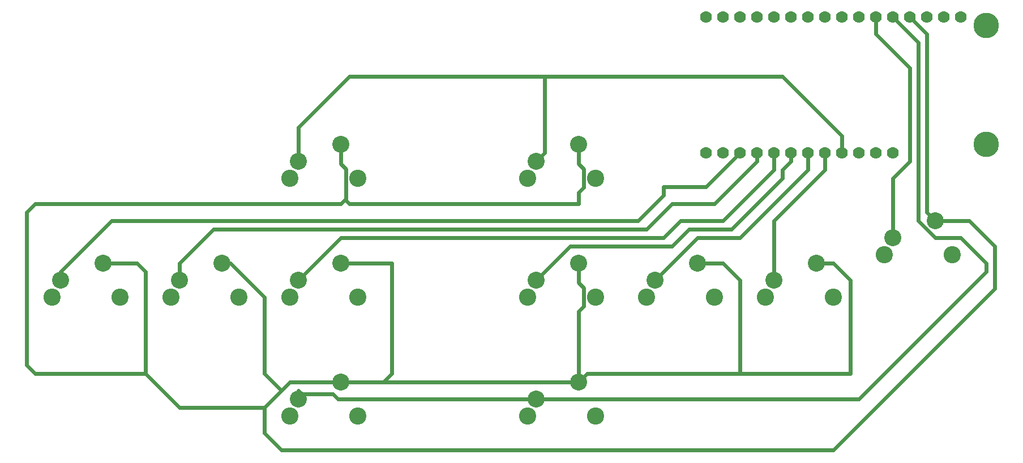
<source format=gbr>
G04 EAGLE Gerber RS-274X export*
G75*
%MOMM*%
%FSLAX34Y34*%
%LPD*%
%INBottom Copper*%
%IPPOS*%
%AMOC8*
5,1,8,0,0,1.08239X$1,22.5*%
G01*
%ADD10C,2.540000*%
%ADD11C,2.571600*%
%ADD12C,3.810000*%
%ADD13C,1.778000*%
%ADD14C,0.304800*%
%ADD15C,0.609600*%


D10*
X419100Y482600D03*
X482600Y508000D03*
D11*
X406400Y457200D03*
X508000Y457200D03*
D10*
X774700Y482600D03*
X838200Y508000D03*
D11*
X762000Y457200D03*
X863600Y457200D03*
D10*
X63500Y304800D03*
X127000Y330200D03*
D11*
X50800Y279400D03*
X152400Y279400D03*
D10*
X241300Y304800D03*
X304800Y330200D03*
D11*
X228600Y279400D03*
X330200Y279400D03*
D10*
X419100Y304800D03*
X482600Y330200D03*
D11*
X406400Y279400D03*
X508000Y279400D03*
D10*
X774700Y304800D03*
X838200Y330200D03*
D11*
X762000Y279400D03*
X863600Y279400D03*
D10*
X952500Y304800D03*
X1016000Y330200D03*
D11*
X939800Y279400D03*
X1041400Y279400D03*
D10*
X1130300Y304800D03*
X1193800Y330200D03*
D11*
X1117600Y279400D03*
X1219200Y279400D03*
D10*
X1308100Y368300D03*
X1371600Y393700D03*
D11*
X1295400Y342900D03*
X1397000Y342900D03*
D10*
X419100Y127000D03*
X482600Y152400D03*
D11*
X406400Y101600D03*
X508000Y101600D03*
D10*
X774700Y127000D03*
X838200Y152400D03*
D11*
X762000Y101600D03*
X863600Y101600D03*
D12*
X1447800Y508000D03*
X1447800Y685800D03*
D13*
X1308100Y495300D03*
X1282700Y495300D03*
X1257300Y495300D03*
X1231900Y495300D03*
X1206500Y495300D03*
X1181100Y495300D03*
X1155700Y495300D03*
X1130300Y495300D03*
X1104900Y495300D03*
X1079500Y495300D03*
X1054100Y495300D03*
X1028700Y495300D03*
X1308100Y698500D03*
X1282700Y698500D03*
X1257300Y698500D03*
X1231900Y698500D03*
X1206500Y698500D03*
X1181100Y698500D03*
X1155700Y698500D03*
X1130300Y698500D03*
X1104900Y698500D03*
X1079500Y698500D03*
X1054100Y698500D03*
X1028700Y698500D03*
X1333500Y698500D03*
X1358900Y698500D03*
X1384300Y698500D03*
X1409700Y698500D03*
D14*
X1333500Y698500D02*
X1333500Y699516D01*
D15*
X1333500Y698500D02*
X1358900Y673100D01*
X1358900Y406400D02*
X1371600Y393700D01*
X1358900Y406400D02*
X1358900Y673100D01*
X838200Y152400D02*
X546100Y152400D01*
X482600Y152400D01*
X406400Y152400D01*
X393700Y139700D01*
X368300Y114300D01*
X368300Y76200D01*
X393700Y50800D01*
X1219200Y50800D01*
X1460500Y292100D02*
X1460500Y355600D01*
X1422400Y393700D01*
X1371600Y393700D01*
X1460500Y292100D02*
X1219200Y50800D01*
X850900Y165100D02*
X838200Y152400D01*
X850900Y165100D02*
X1079500Y165100D01*
X1244600Y165100D01*
X1244600Y304800D01*
X1219200Y330200D01*
X1206500Y330200D01*
X838200Y257834D02*
X838200Y152400D01*
X838200Y257834D02*
X846010Y265644D01*
X846010Y293156D01*
X838200Y300966D01*
X838200Y330200D01*
X1016000Y330200D02*
X1054100Y330200D01*
X1079500Y304800D01*
X1079500Y165100D01*
X558800Y330200D02*
X482600Y330200D01*
X558800Y330200D02*
X558800Y165100D01*
X546100Y152400D01*
X317500Y330200D02*
X304800Y330200D01*
X317500Y330200D02*
X368300Y279400D01*
X368300Y165100D02*
X393700Y139700D01*
X368300Y165100D02*
X368300Y279400D01*
X177800Y330200D02*
X127000Y330200D01*
X177800Y330200D02*
X190500Y317500D01*
X190500Y165100D01*
X241300Y114300D01*
X368300Y114300D01*
X482600Y478766D02*
X482600Y508000D01*
X482600Y478766D02*
X490410Y470956D01*
X490410Y423990D02*
X495300Y419100D01*
X490410Y426910D02*
X490410Y470956D01*
X490410Y426910D02*
X490410Y423990D01*
X190500Y165100D02*
X25400Y165100D01*
X12700Y177800D01*
X12700Y406400D01*
X25400Y419100D01*
X482600Y419100D02*
X490410Y426910D01*
X482600Y419100D02*
X25400Y419100D01*
X495300Y419100D02*
X838200Y419100D01*
X838200Y435634D01*
X846010Y443444D01*
X846010Y470956D01*
X838200Y478766D01*
X838200Y508000D01*
X63500Y317500D02*
X63500Y304800D01*
X63500Y317500D02*
X139700Y393700D01*
X927100Y393700D01*
X965200Y431800D01*
X965200Y444500D01*
X1028700Y444500D01*
X1079500Y495300D01*
X241300Y330200D02*
X241300Y304800D01*
X241300Y330200D02*
X292100Y381000D01*
X977900Y419100D02*
X1041400Y419100D01*
X1104900Y482600D01*
X1104900Y495300D01*
X939800Y381000D02*
X292100Y381000D01*
X939800Y381000D02*
X977900Y419100D01*
X482600Y368300D02*
X419100Y304800D01*
X482600Y368300D02*
X965200Y368300D01*
X1130300Y469900D02*
X1130300Y495300D01*
X990600Y393700D02*
X965200Y368300D01*
X990600Y393700D02*
X1054100Y393700D01*
X1130300Y469900D01*
X1143000Y469900D02*
X1155700Y482600D01*
X1155700Y495300D01*
X1003300Y381000D02*
X977900Y355600D01*
X1003300Y381000D02*
X1066800Y381000D01*
X1143000Y457200D01*
X1143000Y469392D01*
X825500Y355600D02*
X774700Y304800D01*
X825500Y355600D02*
X977900Y355600D01*
X1181100Y469900D02*
X1181100Y495300D01*
X1016000Y368300D02*
X952500Y304800D01*
X1079500Y368300D02*
X1181100Y469900D01*
X1079500Y368300D02*
X1016000Y368300D01*
X1130300Y393700D02*
X1130300Y304800D01*
X1206500Y469900D02*
X1206500Y495300D01*
X1206500Y469900D02*
X1130300Y393700D01*
X419100Y482600D02*
X419100Y533400D01*
X495300Y609600D01*
X787400Y609600D01*
X1143000Y609600D01*
X1231900Y520700D01*
X1231900Y495300D01*
X787400Y495300D02*
X787400Y609600D01*
X787400Y495300D02*
X774700Y482600D01*
X774700Y127000D02*
X1257300Y127000D01*
X1447800Y317500D01*
X1447800Y330200D01*
X1409700Y368300D01*
X1371600Y368300D01*
X1346200Y393700D01*
X1346200Y660400D02*
X1308100Y698500D01*
X1346200Y660400D02*
X1346200Y393700D01*
X774700Y127000D02*
X478766Y127000D01*
X470956Y134810D01*
X423990Y134810D02*
X419100Y139700D01*
X423990Y134810D02*
X470956Y134810D01*
X1308100Y368300D02*
X1308100Y457200D01*
X1333500Y622300D02*
X1282700Y673100D01*
X1282700Y698500D01*
X1333500Y482600D02*
X1308100Y457200D01*
X1333500Y482600D02*
X1333500Y622300D01*
M02*

</source>
